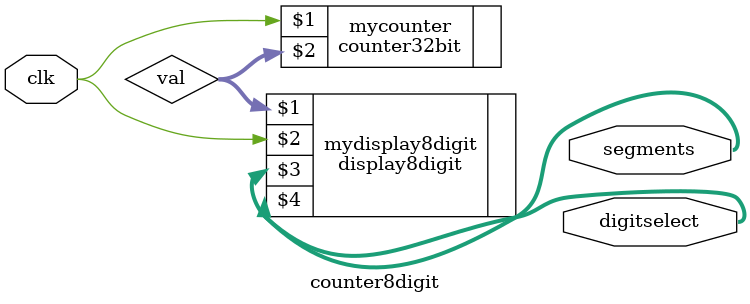
<source format=sv>
`timescale 1ns / 1ps
`default_nettype none

module counter8digit(
    input wire clk,
    output wire [7:0] segments,
    output wire [7:0] digitselect
    );
    
    wire [31:0] val;
    
    counter32bit mycounter(clk, val);
    display8digit mydisplay8digit(val, clk, segments, digitselect);
         
endmodule


</source>
